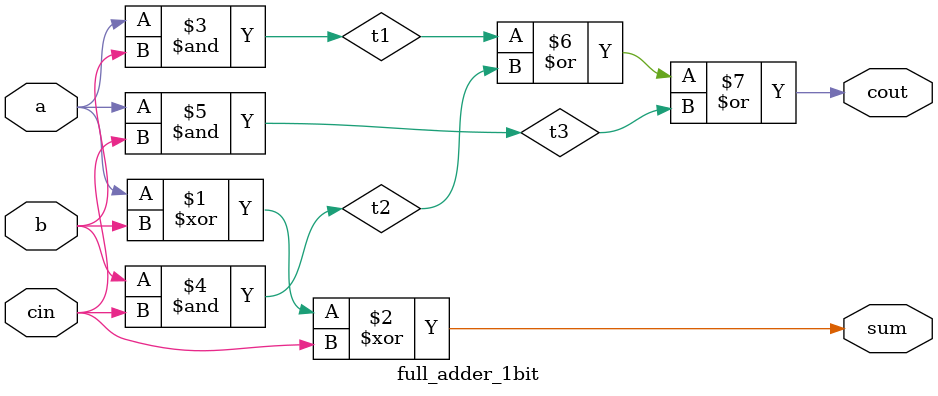
<source format=v>

module full_adder_1bit (
	input a, 
	input b,
	input cin,
	output sum,
	output cout
	);
	
	wire t1, t2, t3;	// Intermediate signals for storing sum
	
	xor X1 (sum, a, b, cin);
	and A1 (t1, a, b);
	and A2 (t2, b, cin);
	and A3 (t3, a, cin);
	or  O1 (cout, t1, t2, t3);
	
endmodule

</source>
